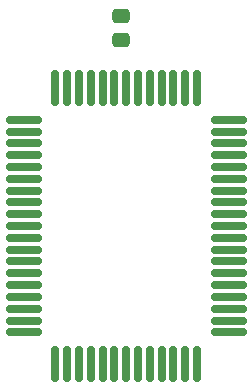
<source format=gbr>
%TF.GenerationSoftware,KiCad,Pcbnew,8.0.7*%
%TF.CreationDate,2025-03-12T15:38:42-05:00*%
%TF.ProjectId,YM3802-F-to-X,594d3338-3032-42d4-962d-746f2d582e6b,rev?*%
%TF.SameCoordinates,Original*%
%TF.FileFunction,Paste,Top*%
%TF.FilePolarity,Positive*%
%FSLAX46Y46*%
G04 Gerber Fmt 4.6, Leading zero omitted, Abs format (unit mm)*
G04 Created by KiCad (PCBNEW 8.0.7) date 2025-03-12 15:38:42*
%MOMM*%
%LPD*%
G01*
G04 APERTURE LIST*
G04 Aperture macros list*
%AMRoundRect*
0 Rectangle with rounded corners*
0 $1 Rounding radius*
0 $2 $3 $4 $5 $6 $7 $8 $9 X,Y pos of 4 corners*
0 Add a 4 corners polygon primitive as box body*
4,1,4,$2,$3,$4,$5,$6,$7,$8,$9,$2,$3,0*
0 Add four circle primitives for the rounded corners*
1,1,$1+$1,$2,$3*
1,1,$1+$1,$4,$5*
1,1,$1+$1,$6,$7*
1,1,$1+$1,$8,$9*
0 Add four rect primitives between the rounded corners*
20,1,$1+$1,$2,$3,$4,$5,0*
20,1,$1+$1,$4,$5,$6,$7,0*
20,1,$1+$1,$6,$7,$8,$9,0*
20,1,$1+$1,$8,$9,$2,$3,0*%
G04 Aperture macros list end*
%ADD10RoundRect,0.150000X-1.350000X-0.150000X1.350000X-0.150000X1.350000X0.150000X-1.350000X0.150000X0*%
%ADD11RoundRect,0.150000X-0.150000X-1.350000X0.150000X-1.350000X0.150000X1.350000X-0.150000X1.350000X0*%
%ADD12RoundRect,0.250000X0.475000X-0.337500X0.475000X0.337500X-0.475000X0.337500X-0.475000X-0.337500X0*%
G04 APERTURE END LIST*
D10*
%TO.C,U2*%
X132875000Y-106856000D03*
X132875000Y-107856000D03*
X132875000Y-108856000D03*
X132875000Y-109856000D03*
X132875000Y-110856000D03*
X132875000Y-111856000D03*
X132875000Y-112856000D03*
X132875000Y-113856000D03*
X132875000Y-114856000D03*
X132875000Y-115856000D03*
X132875000Y-116856000D03*
X132875000Y-117856000D03*
X132875000Y-118856000D03*
X132875000Y-119856000D03*
X132875000Y-120856000D03*
X132875000Y-121856000D03*
X132875000Y-122856000D03*
X132875000Y-123856000D03*
X132875000Y-124856000D03*
D11*
X135550000Y-127531000D03*
X136550000Y-127531000D03*
X137550000Y-127531000D03*
X138550000Y-127531000D03*
X139550000Y-127531000D03*
X140550000Y-127531000D03*
X141550000Y-127531000D03*
X142550000Y-127531000D03*
X143550000Y-127531000D03*
X144550000Y-127531000D03*
X145550000Y-127531000D03*
X146550000Y-127531000D03*
X147550000Y-127531000D03*
D10*
X150225000Y-124856000D03*
X150225000Y-123856000D03*
X150225000Y-122856000D03*
X150225000Y-121856000D03*
X150225000Y-120856000D03*
X150225000Y-119856000D03*
X150225000Y-118856000D03*
X150225000Y-117856000D03*
X150225000Y-116856000D03*
X150225000Y-115856000D03*
X150225000Y-114856000D03*
X150225000Y-113856000D03*
X150225000Y-112856000D03*
X150225000Y-111856000D03*
X150225000Y-110856000D03*
X150225000Y-109856000D03*
X150225000Y-108856000D03*
X150225000Y-107856000D03*
X150225000Y-106856000D03*
D11*
X147550000Y-104181000D03*
X146550000Y-104181000D03*
X145550000Y-104181000D03*
X144550000Y-104181000D03*
X143550000Y-104181000D03*
X142550000Y-104181000D03*
X141550000Y-104181000D03*
X140550000Y-104181000D03*
X139550000Y-104181000D03*
X138550000Y-104181000D03*
X137550000Y-104181000D03*
X136550000Y-104181000D03*
X135550000Y-104181000D03*
%TD*%
D12*
%TO.C,C1*%
X141100000Y-100137500D03*
X141100000Y-98062500D03*
%TD*%
M02*

</source>
